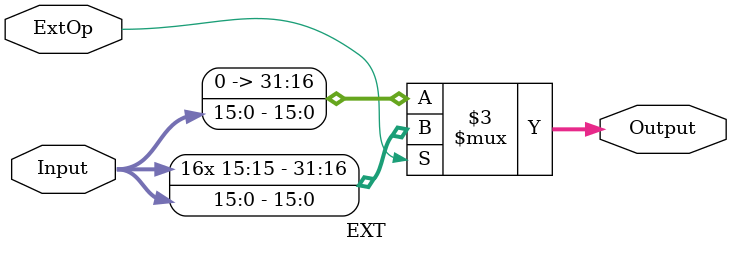
<source format=v>
`timescale 1ns / 1ps
module EXT(ExtOp, Input, Output);
	 input ExtOp;
    input [15:0] Input;
    output reg signed [31:0] Output;
	 
	 always @(*)begin
		if(ExtOp)begin
			Output = {{16{Input[15]}}, Input[15:0]};
		end
		else begin
			Output = {{16{1'b0}}, Input[15:0]};
		end
	 end

endmodule

</source>
